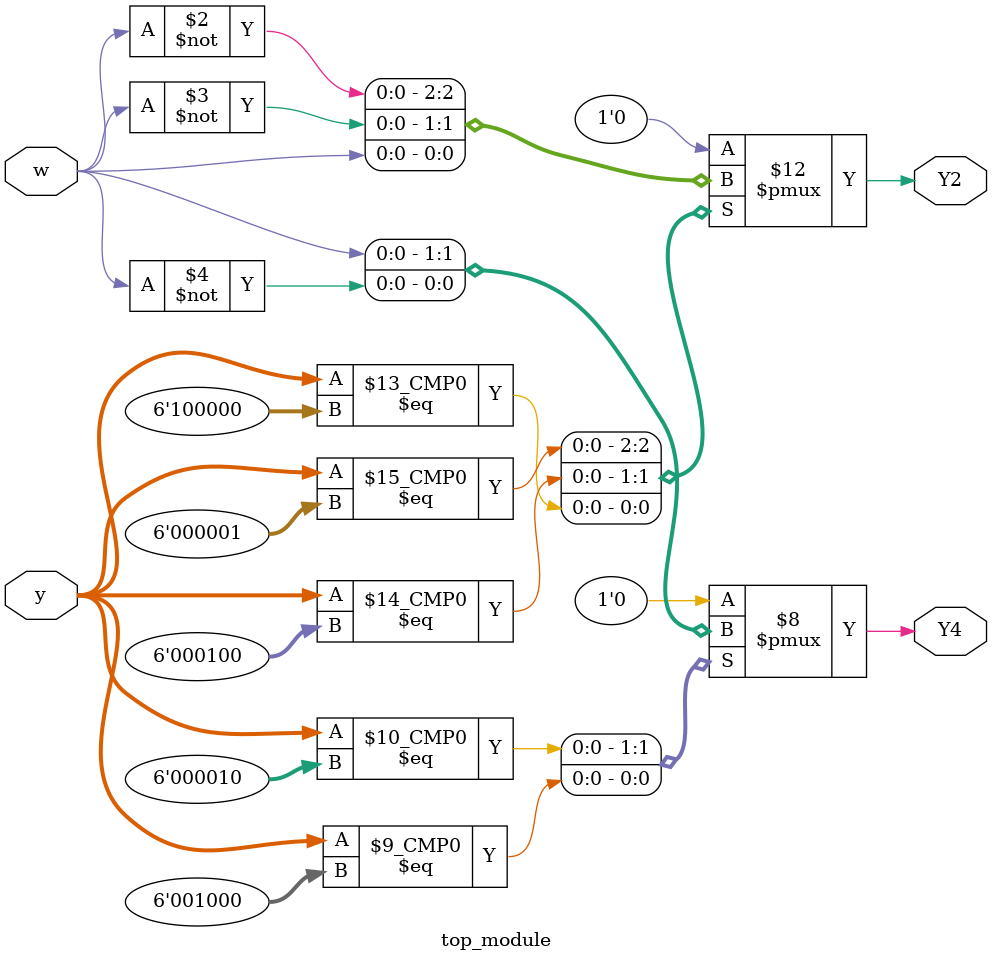
<source format=sv>
module top_module (
    input [6:1] y,
    input w,
    output reg Y2,
    output reg Y4
);

always @(*) begin
    case (y)
        6'b000001: begin // State A
            Y2 = ~w;
            Y4 = 1'b0;
        end
        6'b000010: begin // State B
            Y2 = 1'b0;
            Y4 = w;
        end
        6'b000100: begin // State C
            Y2 = ~w;
            Y4 = 1'b0;
        end
        6'b001000: begin // State D
            Y2 = 1'b0;
            Y4 = ~w;
        end
        6'b010000: begin // State E
            Y2 = 1'b0;
            Y4 = 1'b0;
        end
        6'b100000: begin // State F
            Y2 = w;
            Y4 = 1'b0;
        end
        default: begin
            Y2 = 1'b0;
            Y4 = 1'b0;
        end
    endcase
end

endmodule

</source>
